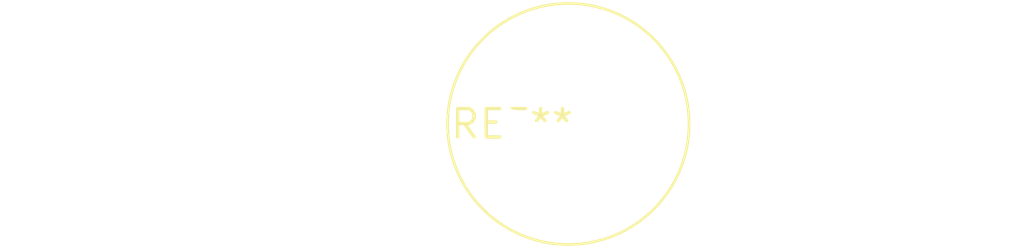
<source format=kicad_pcb>
(kicad_pcb (version 20240108) (generator pcbnew)
  (layers (0 "F.Cu" signal) (31 "B.Cu" signal) (34 "B.Paste" user) (35 "F.Paste" user) (36 "B.SilkS" user "B.Silkscreen") (37 "F.SilkS" user "F.Silkscreen") (38 "B.Mask" user) (39 "F.Mask" user) (44 "Edge.Cuts" user))
  (net 0 "")
  (footprint "L_Radial_D10.5mm_P5.00mm_Abacron_AISR-01" (layer "F.Cu") (at 0 0)
    (property "Reference" "REF**")
    (property "Value" "L_Radial_D10.5mm_P5.00mm_Abacron_AISR-01")
    (fp_circle (center 2.5 0) (end 7.87 0) (layer "F.SilkS") (stroke (width 0.12)) (fill none))
    (pad "1" thru_hole circle (at 0 0) (size 2.6 2.6) (drill 1.3) (layers *.Cu *.Mask) (remove_unused_layers))
    (pad "2" thru_hole circle (at 5 0) (size 2.6 2.6) (drill 1.3) (layers *.Cu *.Mask) (remove_unused_layers))
  )
)
</source>
